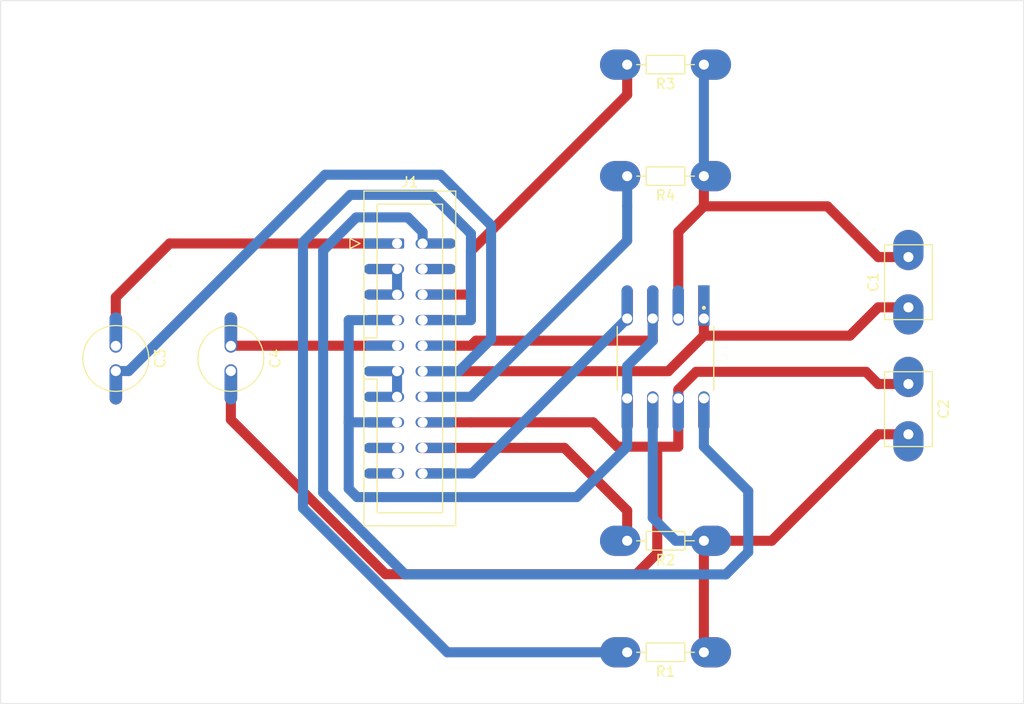
<source format=kicad_pcb>
(kicad_pcb (version 20171130) (host pcbnew "(5.1.9)-1")

  (general
    (thickness 1.6)
    (drawings 8)
    (tracks 98)
    (zones 0)
    (modules 10)
    (nets 19)
  )

  (page A4)
  (layers
    (0 F.Cu signal)
    (31 B.Cu signal)
    (32 B.Adhes user)
    (33 F.Adhes user)
    (34 B.Paste user)
    (35 F.Paste user)
    (36 B.SilkS user)
    (37 F.SilkS user)
    (38 B.Mask user)
    (39 F.Mask user)
    (40 Dwgs.User user)
    (41 Cmts.User user)
    (42 Eco1.User user)
    (43 Eco2.User user)
    (44 Edge.Cuts user)
    (45 Margin user)
    (46 B.CrtYd user)
    (47 F.CrtYd user)
    (48 B.Fab user)
    (49 F.Fab user)
  )

  (setup
    (last_trace_width 1)
    (trace_clearance 1)
    (zone_clearance 0.508)
    (zone_45_only no)
    (trace_min 0.2)
    (via_size 3)
    (via_drill 1)
    (via_min_size 0.4)
    (via_min_drill 0.3)
    (uvia_size 3)
    (uvia_drill 1)
    (uvias_allowed no)
    (uvia_min_size 0.2)
    (uvia_min_drill 0.1)
    (edge_width 0.05)
    (segment_width 0.2)
    (pcb_text_width 0.3)
    (pcb_text_size 1.5 1.5)
    (mod_edge_width 0.12)
    (mod_text_size 1 1)
    (mod_text_width 0.15)
    (pad_size 1.524 1.524)
    (pad_drill 0.762)
    (pad_to_mask_clearance 0)
    (aux_axis_origin 295.91 829.31)
    (grid_origin 295.91 829.31)
    (visible_elements 7FFFFFFF)
    (pcbplotparams
      (layerselection 0x00000_ffffffff)
      (usegerberextensions false)
      (usegerberattributes true)
      (usegerberadvancedattributes true)
      (creategerberjobfile true)
      (excludeedgelayer true)
      (linewidth 0.100000)
      (plotframeref false)
      (viasonmask false)
      (mode 1)
      (useauxorigin true)
      (hpglpennumber 1)
      (hpglpenspeed 20)
      (hpglpendiameter 15.000000)
      (psnegative false)
      (psa4output false)
      (plotreference false)
      (plotvalue false)
      (plotinvisibletext false)
      (padsonsilk false)
      (subtractmaskfromsilk false)
      (outputformat 1)
      (mirror false)
      (drillshape 0)
      (scaleselection 1)
      (outputdirectory ""))
  )

  (net 0 "")
  (net 1 "Net-(C1-Pad1)")
  (net 2 "Net-(C1-Pad2)")
  (net 3 "Net-(C2-Pad2)")
  (net 4 "Net-(C2-Pad1)")
  (net 5 "Net-(C3-Pad1)")
  (net 6 "Net-(C4-Pad1)")
  (net 7 "Net-(J1-Pad2)")
  (net 8 "Net-(J1-Pad6)")
  (net 9 "Net-(J1-Pad11)")
  (net 10 "Net-(J1-Pad17)")
  (net 11 "Net-(J1-Pad19)")
  (net 12 GND)
  (net 13 "Net-(J1-Pad14)")
  (net 14 "Net-(J1-Pad18)")
  (net 15 "Net-(J1-Pad20)")
  (net 16 "Net-(J1-Pad3)")
  (net 17 "Net-(J1-Pad4)")
  (net 18 "Net-(J1-Pad8)")

  (net_class Default "This is the default net class."
    (clearance 1)
    (trace_width 1)
    (via_dia 3)
    (via_drill 1)
    (uvia_dia 3)
    (uvia_drill 1)
    (add_net GND)
    (add_net "Net-(C1-Pad1)")
    (add_net "Net-(C1-Pad2)")
    (add_net "Net-(C2-Pad1)")
    (add_net "Net-(C2-Pad2)")
    (add_net "Net-(C3-Pad1)")
    (add_net "Net-(C4-Pad1)")
    (add_net "Net-(J1-Pad11)")
    (add_net "Net-(J1-Pad14)")
    (add_net "Net-(J1-Pad17)")
    (add_net "Net-(J1-Pad18)")
    (add_net "Net-(J1-Pad19)")
    (add_net "Net-(J1-Pad2)")
    (add_net "Net-(J1-Pad20)")
    (add_net "Net-(J1-Pad3)")
    (add_net "Net-(J1-Pad4)")
    (add_net "Net-(J1-Pad6)")
    (add_net "Net-(J1-Pad8)")
  )

  (module Capacitor_THT:C_Rect_L7.2mm_W4.5mm_P5.00mm_FKS2_FKP2_MKS2_MKP2 (layer F.Cu) (tedit 60930A9A) (tstamp 607FA680)
    (at 386.08 789.94 90)
    (descr "C, Rect series, Radial, pin pitch=5.00mm, , length*width=7.2*4.5mm^2, Capacitor, http://www.wima.com/EN/WIMA_FKS_2.pdf")
    (tags "C Rect series Radial pin pitch 5.00mm  length 7.2mm width 4.5mm Capacitor")
    (path /60866F30)
    (fp_text reference C1 (at 2.5 -3.5 90) (layer F.SilkS)
      (effects (font (size 1 1) (thickness 0.15)))
    )
    (fp_text value 47pF (at 2.5 3.5 90) (layer F.Fab)
      (effects (font (size 1 1) (thickness 0.15)))
    )
    (fp_text user %R (at 2.5 0 90) (layer F.Fab)
      (effects (font (size 1 1) (thickness 0.15)))
    )
    (fp_line (start -1.1 -2.25) (end -1.1 2.25) (layer F.Fab) (width 0.1))
    (fp_line (start -1.1 2.25) (end 6.1 2.25) (layer F.Fab) (width 0.1))
    (fp_line (start 6.1 2.25) (end 6.1 -2.25) (layer F.Fab) (width 0.1))
    (fp_line (start 6.1 -2.25) (end -1.1 -2.25) (layer F.Fab) (width 0.1))
    (fp_line (start -1.22 -2.37) (end 6.22 -2.37) (layer F.SilkS) (width 0.12))
    (fp_line (start -1.22 2.37) (end 6.22 2.37) (layer F.SilkS) (width 0.12))
    (fp_line (start -1.22 -2.37) (end -1.22 2.37) (layer F.SilkS) (width 0.12))
    (fp_line (start 6.22 -2.37) (end 6.22 2.37) (layer F.SilkS) (width 0.12))
    (fp_line (start -1.35 -2.5) (end -1.35 2.5) (layer F.CrtYd) (width 0.05))
    (fp_line (start -1.35 2.5) (end 6.35 2.5) (layer F.CrtYd) (width 0.05))
    (fp_line (start 6.35 2.5) (end 6.35 -2.5) (layer F.CrtYd) (width 0.05))
    (fp_line (start 6.35 -2.5) (end -1.35 -2.5) (layer F.CrtYd) (width 0.05))
    (pad 2 thru_hole oval (at 5 0 90) (size 4 3) (drill 1 (offset 0.7 0)) (layers *.Cu *.Mask)
      (net 2 "Net-(C1-Pad2)"))
    (pad 1 thru_hole oval (at 0 0 90) (size 4 3) (drill 1 (offset -0.7 0)) (layers *.Cu *.Mask)
      (net 1 "Net-(C1-Pad1)"))
    (model ${KISYS3DMOD}/Capacitor_THT.3dshapes/C_Rect_L7.2mm_W4.5mm_P5.00mm_FKS2_FKP2_MKS2_MKP2.wrl
      (at (xyz 0 0 0))
      (scale (xyz 1 1 1))
      (rotate (xyz 0 0 0))
    )
  )

  (module Capacitor_THT:C_Rect_L7.2mm_W4.5mm_P5.00mm_FKS2_FKP2_MKS2_MKP2 (layer F.Cu) (tedit 60930A9A) (tstamp 607FA29C)
    (at 386.08 797.56 270)
    (descr "C, Rect series, Radial, pin pitch=5.00mm, , length*width=7.2*4.5mm^2, Capacitor, http://www.wima.com/EN/WIMA_FKS_2.pdf")
    (tags "C Rect series Radial pin pitch 5.00mm  length 7.2mm width 4.5mm Capacitor")
    (path /60867446)
    (fp_text reference C2 (at 2.5 -3.5 90) (layer F.SilkS)
      (effects (font (size 1 1) (thickness 0.15)))
    )
    (fp_text value 47pF (at 2.5 3.5 90) (layer F.Fab)
      (effects (font (size 1 1) (thickness 0.15)))
    )
    (fp_text user %R (at 2.5 0 90) (layer F.Fab)
      (effects (font (size 1 1) (thickness 0.15)))
    )
    (fp_line (start -1.1 -2.25) (end -1.1 2.25) (layer F.Fab) (width 0.1))
    (fp_line (start -1.1 2.25) (end 6.1 2.25) (layer F.Fab) (width 0.1))
    (fp_line (start 6.1 2.25) (end 6.1 -2.25) (layer F.Fab) (width 0.1))
    (fp_line (start 6.1 -2.25) (end -1.1 -2.25) (layer F.Fab) (width 0.1))
    (fp_line (start -1.22 -2.37) (end 6.22 -2.37) (layer F.SilkS) (width 0.12))
    (fp_line (start -1.22 2.37) (end 6.22 2.37) (layer F.SilkS) (width 0.12))
    (fp_line (start -1.22 -2.37) (end -1.22 2.37) (layer F.SilkS) (width 0.12))
    (fp_line (start 6.22 -2.37) (end 6.22 2.37) (layer F.SilkS) (width 0.12))
    (fp_line (start -1.35 -2.5) (end -1.35 2.5) (layer F.CrtYd) (width 0.05))
    (fp_line (start -1.35 2.5) (end 6.35 2.5) (layer F.CrtYd) (width 0.05))
    (fp_line (start 6.35 2.5) (end 6.35 -2.5) (layer F.CrtYd) (width 0.05))
    (fp_line (start 6.35 -2.5) (end -1.35 -2.5) (layer F.CrtYd) (width 0.05))
    (pad 2 thru_hole oval (at 5 0 270) (size 4 3) (drill 1 (offset 0.7 0)) (layers *.Cu *.Mask)
      (net 3 "Net-(C2-Pad2)"))
    (pad 1 thru_hole oval (at 0 0 270) (size 4 3) (drill 1 (offset -0.7 0)) (layers *.Cu *.Mask)
      (net 4 "Net-(C2-Pad1)"))
    (model ${KISYS3DMOD}/Capacitor_THT.3dshapes/C_Rect_L7.2mm_W4.5mm_P5.00mm_FKS2_FKP2_MKS2_MKP2.wrl
      (at (xyz 0 0 0))
      (scale (xyz 1 1 1))
      (rotate (xyz 0 0 0))
    )
  )

  (module Resistor_THT:R_Axial_DIN0204_L3.6mm_D1.6mm_P7.62mm_Horizontal (layer F.Cu) (tedit 60930A3E) (tstamp 60937FAF)
    (at 365.76 824.23 180)
    (descr "Resistor, Axial_DIN0204 series, Axial, Horizontal, pin pitch=7.62mm, 0.167W, length*diameter=3.6*1.6mm^2, http://cdn-reichelt.de/documents/datenblatt/B400/1_4W%23YAG.pdf")
    (tags "Resistor Axial_DIN0204 series Axial Horizontal pin pitch 7.62mm 0.167W length 3.6mm diameter 1.6mm")
    (path /607D2DA3)
    (fp_text reference R1 (at 3.81 -1.92) (layer F.SilkS)
      (effects (font (size 1 1) (thickness 0.15)))
    )
    (fp_text value 47K (at 3.81 1.92) (layer F.Fab)
      (effects (font (size 1 1) (thickness 0.15)))
    )
    (fp_text user %R (at 3.81 0) (layer F.Fab)
      (effects (font (size 0.72 0.72) (thickness 0.108)))
    )
    (fp_line (start 2.01 -0.8) (end 2.01 0.8) (layer F.Fab) (width 0.1))
    (fp_line (start 2.01 0.8) (end 5.61 0.8) (layer F.Fab) (width 0.1))
    (fp_line (start 5.61 0.8) (end 5.61 -0.8) (layer F.Fab) (width 0.1))
    (fp_line (start 5.61 -0.8) (end 2.01 -0.8) (layer F.Fab) (width 0.1))
    (fp_line (start 0 0) (end 2.01 0) (layer F.Fab) (width 0.1))
    (fp_line (start 7.62 0) (end 5.61 0) (layer F.Fab) (width 0.1))
    (fp_line (start 1.89 -0.92) (end 1.89 0.92) (layer F.SilkS) (width 0.12))
    (fp_line (start 1.89 0.92) (end 5.73 0.92) (layer F.SilkS) (width 0.12))
    (fp_line (start 5.73 0.92) (end 5.73 -0.92) (layer F.SilkS) (width 0.12))
    (fp_line (start 5.73 -0.92) (end 1.89 -0.92) (layer F.SilkS) (width 0.12))
    (fp_line (start 0.94 0) (end 1.89 0) (layer F.SilkS) (width 0.12))
    (fp_line (start 6.68 0) (end 5.73 0) (layer F.SilkS) (width 0.12))
    (fp_line (start -0.95 -1.05) (end -0.95 1.05) (layer F.CrtYd) (width 0.05))
    (fp_line (start -0.95 1.05) (end 8.57 1.05) (layer F.CrtYd) (width 0.05))
    (fp_line (start 8.57 1.05) (end 8.57 -1.05) (layer F.CrtYd) (width 0.05))
    (fp_line (start 8.57 -1.05) (end -0.95 -1.05) (layer F.CrtYd) (width 0.05))
    (pad 2 thru_hole oval (at 7.62 0 180) (size 4 3) (drill 1 (offset 0.7 0)) (layers *.Cu *.Mask)
      (net 18 "Net-(J1-Pad8)"))
    (pad 1 thru_hole oval (at 0 0 180) (size 4 3) (drill 1 (offset -0.7 0)) (layers *.Cu *.Mask)
      (net 3 "Net-(C2-Pad2)"))
    (model ${KISYS3DMOD}/Resistor_THT.3dshapes/R_Axial_DIN0204_L3.6mm_D1.6mm_P7.62mm_Horizontal.wrl
      (at (xyz 0 0 0))
      (scale (xyz 1 1 1))
      (rotate (xyz 0 0 0))
    )
  )

  (module Resistor_THT:R_Axial_DIN0204_L3.6mm_D1.6mm_P7.62mm_Horizontal (layer F.Cu) (tedit 60930A3E) (tstamp 60937F6D)
    (at 365.76 813.145 180)
    (descr "Resistor, Axial_DIN0204 series, Axial, Horizontal, pin pitch=7.62mm, 0.167W, length*diameter=3.6*1.6mm^2, http://cdn-reichelt.de/documents/datenblatt/B400/1_4W%23YAG.pdf")
    (tags "Resistor Axial_DIN0204 series Axial Horizontal pin pitch 7.62mm 0.167W length 3.6mm diameter 1.6mm")
    (path /608A00D1)
    (fp_text reference R2 (at 3.81 -1.92) (layer F.SilkS)
      (effects (font (size 1 1) (thickness 0.15)))
    )
    (fp_text value 22K (at 3.81 1.92) (layer F.Fab)
      (effects (font (size 1 1) (thickness 0.15)))
    )
    (fp_text user %R (at 3.81 0) (layer F.Fab)
      (effects (font (size 0.72 0.72) (thickness 0.108)))
    )
    (fp_line (start 2.01 -0.8) (end 2.01 0.8) (layer F.Fab) (width 0.1))
    (fp_line (start 2.01 0.8) (end 5.61 0.8) (layer F.Fab) (width 0.1))
    (fp_line (start 5.61 0.8) (end 5.61 -0.8) (layer F.Fab) (width 0.1))
    (fp_line (start 5.61 -0.8) (end 2.01 -0.8) (layer F.Fab) (width 0.1))
    (fp_line (start 0 0) (end 2.01 0) (layer F.Fab) (width 0.1))
    (fp_line (start 7.62 0) (end 5.61 0) (layer F.Fab) (width 0.1))
    (fp_line (start 1.89 -0.92) (end 1.89 0.92) (layer F.SilkS) (width 0.12))
    (fp_line (start 1.89 0.92) (end 5.73 0.92) (layer F.SilkS) (width 0.12))
    (fp_line (start 5.73 0.92) (end 5.73 -0.92) (layer F.SilkS) (width 0.12))
    (fp_line (start 5.73 -0.92) (end 1.89 -0.92) (layer F.SilkS) (width 0.12))
    (fp_line (start 0.94 0) (end 1.89 0) (layer F.SilkS) (width 0.12))
    (fp_line (start 6.68 0) (end 5.73 0) (layer F.SilkS) (width 0.12))
    (fp_line (start -0.95 -1.05) (end -0.95 1.05) (layer F.CrtYd) (width 0.05))
    (fp_line (start -0.95 1.05) (end 8.57 1.05) (layer F.CrtYd) (width 0.05))
    (fp_line (start 8.57 1.05) (end 8.57 -1.05) (layer F.CrtYd) (width 0.05))
    (fp_line (start 8.57 -1.05) (end -0.95 -1.05) (layer F.CrtYd) (width 0.05))
    (pad 2 thru_hole oval (at 7.62 0 180) (size 4 3) (drill 1 (offset 0.7 0)) (layers *.Cu *.Mask)
      (net 14 "Net-(J1-Pad18)"))
    (pad 1 thru_hole oval (at 0 0 180) (size 4 3) (drill 1 (offset -0.7 0)) (layers *.Cu *.Mask)
      (net 3 "Net-(C2-Pad2)"))
    (model ${KISYS3DMOD}/Resistor_THT.3dshapes/R_Axial_DIN0204_L3.6mm_D1.6mm_P7.62mm_Horizontal.wrl
      (at (xyz 0 0 0))
      (scale (xyz 1 1 1))
      (rotate (xyz 0 0 0))
    )
  )

  (module Resistor_THT:R_Axial_DIN0204_L3.6mm_D1.6mm_P7.62mm_Horizontal (layer F.Cu) (tedit 60930A3E) (tstamp 607FA570)
    (at 365.76 776.895 180)
    (descr "Resistor, Axial_DIN0204 series, Axial, Horizontal, pin pitch=7.62mm, 0.167W, length*diameter=3.6*1.6mm^2, http://cdn-reichelt.de/documents/datenblatt/B400/1_4W%23YAG.pdf")
    (tags "Resistor Axial_DIN0204 series Axial Horizontal pin pitch 7.62mm 0.167W length 3.6mm diameter 1.6mm")
    (path /6087FBEE)
    (fp_text reference R4 (at 3.81 -1.92) (layer F.SilkS)
      (effects (font (size 1 1) (thickness 0.15)))
    )
    (fp_text value 22K (at 3.81 1.92) (layer F.Fab)
      (effects (font (size 1 1) (thickness 0.15)))
    )
    (fp_text user %R (at 3.81 0) (layer F.Fab)
      (effects (font (size 0.72 0.72) (thickness 0.108)))
    )
    (fp_line (start 2.01 -0.8) (end 2.01 0.8) (layer F.Fab) (width 0.1))
    (fp_line (start 2.01 0.8) (end 5.61 0.8) (layer F.Fab) (width 0.1))
    (fp_line (start 5.61 0.8) (end 5.61 -0.8) (layer F.Fab) (width 0.1))
    (fp_line (start 5.61 -0.8) (end 2.01 -0.8) (layer F.Fab) (width 0.1))
    (fp_line (start 0 0) (end 2.01 0) (layer F.Fab) (width 0.1))
    (fp_line (start 7.62 0) (end 5.61 0) (layer F.Fab) (width 0.1))
    (fp_line (start 1.89 -0.92) (end 1.89 0.92) (layer F.SilkS) (width 0.12))
    (fp_line (start 1.89 0.92) (end 5.73 0.92) (layer F.SilkS) (width 0.12))
    (fp_line (start 5.73 0.92) (end 5.73 -0.92) (layer F.SilkS) (width 0.12))
    (fp_line (start 5.73 -0.92) (end 1.89 -0.92) (layer F.SilkS) (width 0.12))
    (fp_line (start 0.94 0) (end 1.89 0) (layer F.SilkS) (width 0.12))
    (fp_line (start 6.68 0) (end 5.73 0) (layer F.SilkS) (width 0.12))
    (fp_line (start -0.95 -1.05) (end -0.95 1.05) (layer F.CrtYd) (width 0.05))
    (fp_line (start -0.95 1.05) (end 8.57 1.05) (layer F.CrtYd) (width 0.05))
    (fp_line (start 8.57 1.05) (end 8.57 -1.05) (layer F.CrtYd) (width 0.05))
    (fp_line (start 8.57 -1.05) (end -0.95 -1.05) (layer F.CrtYd) (width 0.05))
    (pad 2 thru_hole oval (at 7.62 0 180) (size 4 3) (drill 1 (offset 0.7 0)) (layers *.Cu *.Mask)
      (net 13 "Net-(J1-Pad14)"))
    (pad 1 thru_hole oval (at 0 0 180) (size 4 3) (drill 1 (offset -0.7 0)) (layers *.Cu *.Mask)
      (net 2 "Net-(C1-Pad2)"))
    (model ${KISYS3DMOD}/Resistor_THT.3dshapes/R_Axial_DIN0204_L3.6mm_D1.6mm_P7.62mm_Horizontal.wrl
      (at (xyz 0 0 0))
      (scale (xyz 1 1 1))
      (rotate (xyz 0 0 0))
    )
  )

  (module Resistor_THT:R_Axial_DIN0204_L3.6mm_D1.6mm_P7.62mm_Horizontal (layer F.Cu) (tedit 60930A3E) (tstamp 607FA5B2)
    (at 365.76 765.81 180)
    (descr "Resistor, Axial_DIN0204 series, Axial, Horizontal, pin pitch=7.62mm, 0.167W, length*diameter=3.6*1.6mm^2, http://cdn-reichelt.de/documents/datenblatt/B400/1_4W%23YAG.pdf")
    (tags "Resistor Axial_DIN0204 series Axial Horizontal pin pitch 7.62mm 0.167W length 3.6mm diameter 1.6mm")
    (path /607D271B)
    (fp_text reference R3 (at 3.81 -1.92) (layer F.SilkS)
      (effects (font (size 1 1) (thickness 0.15)))
    )
    (fp_text value 47K (at 3.81 1.92) (layer F.Fab)
      (effects (font (size 1 1) (thickness 0.15)))
    )
    (fp_text user %R (at 3.81 0) (layer F.Fab)
      (effects (font (size 0.72 0.72) (thickness 0.108)))
    )
    (fp_line (start 2.01 -0.8) (end 2.01 0.8) (layer F.Fab) (width 0.1))
    (fp_line (start 2.01 0.8) (end 5.61 0.8) (layer F.Fab) (width 0.1))
    (fp_line (start 5.61 0.8) (end 5.61 -0.8) (layer F.Fab) (width 0.1))
    (fp_line (start 5.61 -0.8) (end 2.01 -0.8) (layer F.Fab) (width 0.1))
    (fp_line (start 0 0) (end 2.01 0) (layer F.Fab) (width 0.1))
    (fp_line (start 7.62 0) (end 5.61 0) (layer F.Fab) (width 0.1))
    (fp_line (start 1.89 -0.92) (end 1.89 0.92) (layer F.SilkS) (width 0.12))
    (fp_line (start 1.89 0.92) (end 5.73 0.92) (layer F.SilkS) (width 0.12))
    (fp_line (start 5.73 0.92) (end 5.73 -0.92) (layer F.SilkS) (width 0.12))
    (fp_line (start 5.73 -0.92) (end 1.89 -0.92) (layer F.SilkS) (width 0.12))
    (fp_line (start 0.94 0) (end 1.89 0) (layer F.SilkS) (width 0.12))
    (fp_line (start 6.68 0) (end 5.73 0) (layer F.SilkS) (width 0.12))
    (fp_line (start -0.95 -1.05) (end -0.95 1.05) (layer F.CrtYd) (width 0.05))
    (fp_line (start -0.95 1.05) (end 8.57 1.05) (layer F.CrtYd) (width 0.05))
    (fp_line (start 8.57 1.05) (end 8.57 -1.05) (layer F.CrtYd) (width 0.05))
    (fp_line (start 8.57 -1.05) (end -0.95 -1.05) (layer F.CrtYd) (width 0.05))
    (pad 2 thru_hole oval (at 7.62 0 180) (size 4 3) (drill 1 (offset 0.7 0)) (layers *.Cu *.Mask)
      (net 8 "Net-(J1-Pad6)"))
    (pad 1 thru_hole oval (at 0 0 180) (size 4 3) (drill 1 (offset -0.7 0)) (layers *.Cu *.Mask)
      (net 2 "Net-(C1-Pad2)"))
    (model ${KISYS3DMOD}/Resistor_THT.3dshapes/R_Axial_DIN0204_L3.6mm_D1.6mm_P7.62mm_Horizontal.wrl
      (at (xyz 0 0 0))
      (scale (xyz 1 1 1))
      (rotate (xyz 0 0 0))
    )
  )

  (module Capacitor_THT:C_Radial_D6.3mm_H11.0mm_P2.50mm (layer F.Cu) (tedit 60930BA5) (tstamp 608CFD22)
    (at 318.77 793.77 270)
    (descr "C, Radial series, Radial, pin pitch=2.50mm, diameter=6.3mm, height=11mm, Non-Polar Electrolytic Capacitor")
    (tags "C Radial series Radial pin pitch 2.50mm diameter 6.3mm height 11mm Non-Polar Electrolytic Capacitor")
    (path /60817CD0)
    (fp_text reference C4 (at 1.25 -4.4 90) (layer F.SilkS)
      (effects (font (size 1 1) (thickness 0.15)))
    )
    (fp_text value 100uF (at 1.25 4.4 90) (layer F.Fab)
      (effects (font (size 1 1) (thickness 0.15)))
    )
    (fp_text user %R (at 1.25 0 90) (layer F.Fab)
      (effects (font (size 1 1) (thickness 0.15)))
    )
    (fp_circle (center 1.25 0) (end 4.4 0) (layer F.Fab) (width 0.1))
    (fp_circle (center 1.25 0) (end 4.52 0) (layer F.SilkS) (width 0.12))
    (fp_circle (center 1.25 0) (end 4.65 0) (layer F.CrtYd) (width 0.05))
    (pad 2 thru_hole oval (at 2.5 0 270) (size 4 1.25) (drill 1 (offset 1.33 0)) (layers *.Cu *.Mask)
      (net 4 "Net-(C2-Pad1)"))
    (pad 1 thru_hole oval (at 0 0 270) (size 4 1.25) (drill 1 (offset -1.33 0)) (layers *.Cu *.Mask)
      (net 6 "Net-(C4-Pad1)"))
    (model ${KISYS3DMOD}/Capacitor_THT.3dshapes/C_Radial_D6.3mm_H11.0mm_P2.50mm.wrl
      (at (xyz 0 0 0))
      (scale (xyz 1 1 1))
      (rotate (xyz 0 0 0))
    )
  )

  (module Capacitor_THT:C_Radial_D6.3mm_H11.0mm_P2.50mm (layer F.Cu) (tedit 60930BA5) (tstamp 608CFD3D)
    (at 307.34 793.77 270)
    (descr "C, Radial series, Radial, pin pitch=2.50mm, diameter=6.3mm, height=11mm, Non-Polar Electrolytic Capacitor")
    (tags "C Radial series Radial pin pitch 2.50mm diameter 6.3mm height 11mm Non-Polar Electrolytic Capacitor")
    (path /60819D8E)
    (fp_text reference C3 (at 1.25 -4.4 270) (layer F.SilkS)
      (effects (font (size 1 1) (thickness 0.15)))
    )
    (fp_text value 100uF (at 1.25 4.4 270) (layer F.Fab)
      (effects (font (size 1 1) (thickness 0.15)))
    )
    (fp_text user %R (at 1.25 0 270) (layer F.Fab)
      (effects (font (size 1 1) (thickness 0.15)))
    )
    (fp_circle (center 1.25 0) (end 4.4 0) (layer F.Fab) (width 0.1))
    (fp_circle (center 1.25 0) (end 4.52 0) (layer F.SilkS) (width 0.12))
    (fp_circle (center 1.25 0) (end 4.65 0) (layer F.CrtYd) (width 0.05))
    (pad 2 thru_hole oval (at 2.5 0 270) (size 4 1.25) (drill 1 (offset 1.33 0)) (layers *.Cu *.Mask)
      (net 1 "Net-(C1-Pad1)"))
    (pad 1 thru_hole oval (at 0 0 270) (size 4 1.25) (drill 1 (offset -1.33 0)) (layers *.Cu *.Mask)
      (net 5 "Net-(C3-Pad1)"))
    (model ${KISYS3DMOD}/Capacitor_THT.3dshapes/C_Radial_D6.3mm_H11.0mm_P2.50mm.wrl
      (at (xyz 0 0 0))
      (scale (xyz 1 1 1))
      (rotate (xyz 0 0 0))
    )
  )

  (module Connector_IDC:IDC-Header_2x10_P2.54mm_Vertical (layer F.Cu) (tedit 60930EF0) (tstamp 608CFD96)
    (at 335.28 783.59)
    (descr "Through hole IDC box header, 2x10, 2.54mm pitch, DIN 41651 / IEC 60603-13, double rows, https://docs.google.com/spreadsheets/d/16SsEcesNF15N3Lb4niX7dcUr-NY5_MFPQhobNuNppn4/edit#gid=0")
    (tags "Through hole vertical IDC box header THT 2x10 2.54mm double row")
    (path /607D5126)
    (fp_text reference J1 (at 1.27 -6.1) (layer F.SilkS)
      (effects (font (size 1 1) (thickness 0.15)))
    )
    (fp_text value I/O (at 1.27 28.96) (layer F.Fab)
      (effects (font (size 1 1) (thickness 0.15)))
    )
    (fp_text user %R (at 1.27 11.43 90) (layer F.Fab)
      (effects (font (size 1 1) (thickness 0.15)))
    )
    (fp_line (start -3.18 -4.1) (end -2.18 -5.1) (layer F.Fab) (width 0.1))
    (fp_line (start -2.18 -5.1) (end 5.72 -5.1) (layer F.Fab) (width 0.1))
    (fp_line (start 5.72 -5.1) (end 5.72 27.96) (layer F.Fab) (width 0.1))
    (fp_line (start 5.72 27.96) (end -3.18 27.96) (layer F.Fab) (width 0.1))
    (fp_line (start -3.18 27.96) (end -3.18 -4.1) (layer F.Fab) (width 0.1))
    (fp_line (start -3.18 9.38) (end -1.98 9.38) (layer F.Fab) (width 0.1))
    (fp_line (start -1.98 9.38) (end -1.98 -3.91) (layer F.Fab) (width 0.1))
    (fp_line (start -1.98 -3.91) (end 4.52 -3.91) (layer F.Fab) (width 0.1))
    (fp_line (start 4.52 -3.91) (end 4.52 26.77) (layer F.Fab) (width 0.1))
    (fp_line (start 4.52 26.77) (end -1.98 26.77) (layer F.Fab) (width 0.1))
    (fp_line (start -1.98 26.77) (end -1.98 13.48) (layer F.Fab) (width 0.1))
    (fp_line (start -1.98 13.48) (end -1.98 13.48) (layer F.Fab) (width 0.1))
    (fp_line (start -1.98 13.48) (end -3.18 13.48) (layer F.Fab) (width 0.1))
    (fp_line (start -3.29 -5.21) (end 5.83 -5.21) (layer F.SilkS) (width 0.12))
    (fp_line (start 5.83 -5.21) (end 5.83 28.07) (layer F.SilkS) (width 0.12))
    (fp_line (start 5.83 28.07) (end -3.29 28.07) (layer F.SilkS) (width 0.12))
    (fp_line (start -3.29 28.07) (end -3.29 -5.21) (layer F.SilkS) (width 0.12))
    (fp_line (start -3.29 9.38) (end -1.98 9.38) (layer F.SilkS) (width 0.12))
    (fp_line (start -1.98 9.38) (end -1.98 -3.91) (layer F.SilkS) (width 0.12))
    (fp_line (start -1.98 -3.91) (end 4.52 -3.91) (layer F.SilkS) (width 0.12))
    (fp_line (start 4.52 -3.91) (end 4.52 26.77) (layer F.SilkS) (width 0.12))
    (fp_line (start 4.52 26.77) (end -1.98 26.77) (layer F.SilkS) (width 0.12))
    (fp_line (start -1.98 26.77) (end -1.98 13.48) (layer F.SilkS) (width 0.12))
    (fp_line (start -1.98 13.48) (end -1.98 13.48) (layer F.SilkS) (width 0.12))
    (fp_line (start -1.98 13.48) (end -3.29 13.48) (layer F.SilkS) (width 0.12))
    (fp_line (start -3.68 0) (end -4.68 -0.5) (layer F.SilkS) (width 0.12))
    (fp_line (start -4.68 -0.5) (end -4.68 0.5) (layer F.SilkS) (width 0.12))
    (fp_line (start -4.68 0.5) (end -3.68 0) (layer F.SilkS) (width 0.12))
    (fp_line (start -3.68 -5.6) (end -3.68 28.46) (layer F.CrtYd) (width 0.05))
    (fp_line (start -3.68 28.46) (end 6.22 28.46) (layer F.CrtYd) (width 0.05))
    (fp_line (start 6.22 28.46) (end 6.22 -5.6) (layer F.CrtYd) (width 0.05))
    (fp_line (start 6.22 -5.6) (end -3.68 -5.6) (layer F.CrtYd) (width 0.05))
    (pad 20 thru_hole oval (at 2.54 22.86) (size 4 1) (drill 1 (offset 1.3 0)) (layers *.Cu *.Mask)
      (net 15 "Net-(J1-Pad20)"))
    (pad 18 thru_hole oval (at 2.54 20.32) (size 4 1) (drill 1 (offset 1.3 0)) (layers *.Cu *.Mask)
      (net 14 "Net-(J1-Pad18)"))
    (pad 16 thru_hole oval (at 2.54 17.78) (size 4 1) (drill 1 (offset 1.3 0)) (layers *.Cu *.Mask)
      (net 4 "Net-(C2-Pad1)"))
    (pad 14 thru_hole oval (at 2.54 15.24) (size 4 1) (drill 1 (offset 1.3 0)) (layers *.Cu *.Mask)
      (net 13 "Net-(J1-Pad14)"))
    (pad 12 thru_hole oval (at 2.54 12.7) (size 4 1) (drill 1 (offset 1.3 0)) (layers *.Cu *.Mask)
      (net 1 "Net-(C1-Pad1)"))
    (pad 10 thru_hole oval (at 2.54 10.16) (size 4 1) (drill 1 (offset 1.3 0)) (layers *.Cu *.Mask)
      (net 12 GND))
    (pad 8 thru_hole oval (at 2.54 7.62) (size 4 1) (drill 1 (offset 1.3 0)) (layers *.Cu *.Mask)
      (net 18 "Net-(J1-Pad8)"))
    (pad 6 thru_hole oval (at 2.54 5.08) (size 4 1) (drill 1 (offset 1.3 0)) (layers *.Cu *.Mask)
      (net 8 "Net-(J1-Pad6)"))
    (pad 4 thru_hole oval (at 2.54 2.54) (size 4 1) (drill 1 (offset 1.3 0)) (layers *.Cu *.Mask)
      (net 17 "Net-(J1-Pad4)"))
    (pad 2 thru_hole oval (at 2.54 0) (size 4 1) (drill 1 (offset 1.3 0)) (layers *.Cu *.Mask)
      (net 7 "Net-(J1-Pad2)"))
    (pad 19 thru_hole oval (at 0 22.86) (size 4 1) (drill 1 (offset -1.3 0)) (layers *.Cu *.Mask)
      (net 11 "Net-(J1-Pad19)"))
    (pad 17 thru_hole oval (at 0 20.32) (size 4 1) (drill 1 (offset -1.3 0)) (layers *.Cu *.Mask)
      (net 10 "Net-(J1-Pad17)"))
    (pad 15 thru_hole oval (at 0 17.78) (size 4 1) (drill 1 (offset -1.3 0)) (layers *.Cu *.Mask)
      (net 12 GND))
    (pad 13 thru_hole oval (at 0 15.24) (size 4 1) (drill 1 (offset -1.3 0)) (layers *.Cu *.Mask)
      (net 9 "Net-(J1-Pad11)"))
    (pad 11 thru_hole oval (at 0 12.7) (size 4 1) (drill 1 (offset -1.3 0)) (layers *.Cu *.Mask)
      (net 9 "Net-(J1-Pad11)"))
    (pad 9 thru_hole oval (at 0 10.16) (size 4 1) (drill 1 (offset -1.3 0)) (layers *.Cu *.Mask)
      (net 6 "Net-(C4-Pad1)"))
    (pad 7 thru_hole oval (at 0 7.62) (size 4 1) (drill 1 (offset -1.3 0)) (layers *.Cu *.Mask)
      (net 12 GND))
    (pad 5 thru_hole oval (at 0 5.08) (size 4 1) (drill 1 (offset -1.3 0)) (layers *.Cu *.Mask)
      (net 16 "Net-(J1-Pad3)"))
    (pad 3 thru_hole oval (at 0 2.54) (size 4 1) (drill 1 (offset -1.3 0)) (layers *.Cu *.Mask)
      (net 16 "Net-(J1-Pad3)"))
    (pad 1 thru_hole roundrect (at 0 0) (size 4 1) (drill 1 (offset -1.3 0)) (layers *.Cu *.Mask) (roundrect_rratio 0.147)
      (net 5 "Net-(C3-Pad1)"))
    (model ${KISYS3DMOD}/Connector_IDC.3dshapes/IDC-Header_2x10_P2.54mm_Vertical.wrl
      (at (xyz 0 0 0))
      (scale (xyz 1 1 1))
      (rotate (xyz 0 0 0))
    )
  )

  (module LM833N:DIP794W45P254L959H508Q8 (layer F.Cu) (tedit 60930C46) (tstamp 607FA52C)
    (at 361.95 795.02 270)
    (path /607D1D41)
    (fp_text reference U1 (at -0.565 -5.607 90) (layer F.SilkS)
      (effects (font (size 1 1) (thickness 0.015)))
    )
    (fp_text value LM833N (at 10.865 5.607 90) (layer F.Fab)
      (effects (font (size 1 1) (thickness 0.015)))
    )
    (fp_line (start -4.785 -5.045) (end -4.785 5.045) (layer F.CrtYd) (width 0.05))
    (fp_line (start 4.785 -5.045) (end 4.785 5.045) (layer F.CrtYd) (width 0.05))
    (fp_line (start 4.785 5.045) (end -4.785 5.045) (layer F.CrtYd) (width 0.05))
    (fp_line (start 4.785 -5.045) (end -4.785 -5.045) (layer F.CrtYd) (width 0.05))
    (fp_line (start 3.175 -4.795) (end 3.175 4.795) (layer F.Fab) (width 0.127))
    (fp_line (start -3.175 -4.795) (end -3.175 4.795) (layer F.Fab) (width 0.127))
    (fp_line (start -3.175 4.795) (end 3.175 4.795) (layer F.SilkS) (width 0.127))
    (fp_line (start -3.175 -4.795) (end 3.175 -4.795) (layer F.SilkS) (width 0.127))
    (fp_line (start -3.175 4.795) (end 3.175 4.795) (layer F.Fab) (width 0.127))
    (fp_line (start -3.175 -4.795) (end 3.175 -4.795) (layer F.Fab) (width 0.127))
    (fp_circle (center -5.035 -3.81) (end -4.935 -3.81) (layer F.Fab) (width 0.2))
    (fp_circle (center -5.035 -3.81) (end -4.935 -3.81) (layer F.SilkS) (width 0.2))
    (pad 8 thru_hole oval (at 3.97 -3.81 270) (size 4 1.13) (drill 1 (offset 1.3 0)) (layers *.Cu *.Mask)
      (net 7 "Net-(J1-Pad2)"))
    (pad 7 thru_hole oval (at 3.97 -1.27 270) (size 4 1.13) (drill 1 (offset 1.3 0)) (layers *.Cu *.Mask)
      (net 4 "Net-(C2-Pad1)"))
    (pad 6 thru_hole oval (at 3.97 1.27 270) (size 4 1.13) (drill 1 (offset 1.3 0)) (layers *.Cu *.Mask)
      (net 3 "Net-(C2-Pad2)"))
    (pad 5 thru_hole oval (at 3.97 3.81 270) (size 4 1.13) (drill 1 (offset 1.3 0)) (layers *.Cu *.Mask)
      (net 12 GND))
    (pad 4 thru_hole oval (at -3.97 3.81 270) (size 4 1.13) (drill 1 (offset -1.3 0)) (layers *.Cu *.Mask)
      (net 15 "Net-(J1-Pad20)"))
    (pad 3 thru_hole oval (at -3.97 1.27 270) (size 4 1.13) (drill 1 (offset -1.3 0)) (layers *.Cu *.Mask)
      (net 12 GND))
    (pad 2 thru_hole oval (at -3.97 -1.27 270) (size 4 1.13) (drill 1 (offset -1.3 0)) (layers *.Cu *.Mask)
      (net 2 "Net-(C1-Pad2)"))
    (pad 1 thru_hole rect (at -3.97 -3.81 270) (size 4 1.13) (drill 1 (offset -1.3 0)) (layers *.Cu *.Mask)
      (net 1 "Net-(C1-Pad1)"))
  )

  (gr_line (start 295.91 759.46) (end 295.91 829.31) (layer Edge.Cuts) (width 0.05) (tstamp 608D055B))
  (gr_line (start 397.51 759.46) (end 295.91 759.46) (layer Edge.Cuts) (width 0.05))
  (gr_line (start 397.51 829.31) (end 397.51 759.46) (layer Edge.Cuts) (width 0.05))
  (gr_line (start 295.91 829.31) (end 397.51 829.31) (layer Edge.Cuts) (width 0.05))
  (gr_line (start 295.91 759.46) (end 295.91 829.31) (layer Dwgs.User) (width 0.15))
  (gr_line (start 397.51 759.46) (end 295.91 759.46) (layer Dwgs.User) (width 0.15))
  (gr_line (start 397.51 829.31) (end 397.51 759.46) (layer Dwgs.User) (width 0.15))
  (gr_line (start 295.91 829.31) (end 397.51 829.31) (layer Dwgs.User) (width 0.15) (tstamp 607FA66C))

  (segment (start 365.76 792.75) (end 380.269 792.75) (width 1) (layer F.Cu) (net 1))
  (segment (start 380.269 792.75) (end 383.079 789.94) (width 1) (layer F.Cu) (net 1))
  (segment (start 365.76 792.75) (end 362.22 796.29) (width 1) (layer F.Cu) (net 1))
  (segment (start 362.22 796.29) (end 337.82 796.29) (width 1) (layer F.Cu) (net 1))
  (segment (start 365.76 791.05) (end 365.76 792.75) (width 1) (layer F.Cu) (net 1))
  (segment (start 337.82 796.29) (end 341.433 796.29) (width 1) (layer B.Cu) (net 1))
  (segment (start 341.433 796.29) (end 344.622 793.101) (width 1) (layer B.Cu) (net 1))
  (segment (start 344.622 793.101) (end 344.622 781.785) (width 1) (layer B.Cu) (net 1))
  (segment (start 344.622 781.785) (end 339.592 776.755) (width 1) (layer B.Cu) (net 1))
  (segment (start 339.592 776.755) (end 328.131 776.755) (width 1) (layer B.Cu) (net 1))
  (segment (start 328.131 776.755) (end 308.616 796.27) (width 1) (layer B.Cu) (net 1))
  (segment (start 308.616 796.27) (end 307.34 796.27) (width 1) (layer B.Cu) (net 1))
  (segment (start 386.08 789.94) (end 383.079 789.94) (width 1) (layer F.Cu) (net 1))
  (segment (start 363.22 791.05) (end 363.22 782.436) (width 1) (layer F.Cu) (net 2))
  (segment (start 363.22 782.436) (end 365.76 779.896) (width 1) (layer F.Cu) (net 2))
  (segment (start 386.08 784.94) (end 383.079 784.94) (width 1) (layer F.Cu) (net 2))
  (segment (start 365.76 776.895) (end 365.76 779.896) (width 1) (layer F.Cu) (net 2))
  (segment (start 365.76 779.896) (end 378.035 779.896) (width 1) (layer F.Cu) (net 2))
  (segment (start 378.035 779.896) (end 383.079 784.94) (width 1) (layer F.Cu) (net 2))
  (segment (start 365.76 765.81) (end 365.76 776.895) (width 1) (layer B.Cu) (net 2))
  (segment (start 365.76 813.145) (end 365.76 824.23) (width 1) (layer F.Cu) (net 3))
  (segment (start 365.76 813.145) (end 372.494 813.145) (width 1) (layer F.Cu) (net 3))
  (segment (start 372.494 813.145) (end 383.079 802.56) (width 1) (layer F.Cu) (net 3))
  (segment (start 365.76 813.145) (end 362.959 813.145) (width 1) (layer B.Cu) (net 3))
  (segment (start 360.68 798.99) (end 360.68 810.866) (width 1) (layer B.Cu) (net 3))
  (segment (start 360.68 810.866) (end 362.959 813.145) (width 1) (layer B.Cu) (net 3))
  (segment (start 386.08 802.56) (end 383.079 802.56) (width 1) (layer F.Cu) (net 3))
  (segment (start 363.22 798.99) (end 363.22 803.791) (width 1) (layer F.Cu) (net 4))
  (segment (start 361.127 803.791) (end 357.173 803.791) (width 1) (layer F.Cu) (net 4))
  (segment (start 357.173 803.791) (end 354.752 801.37) (width 1) (layer F.Cu) (net 4))
  (segment (start 354.752 801.37) (end 342.621 801.37) (width 1) (layer F.Cu) (net 4))
  (segment (start 318.77 801.101) (end 334.136 816.467) (width 1) (layer F.Cu) (net 4))
  (segment (start 334.136 816.467) (end 359.045 816.467) (width 1) (layer F.Cu) (net 4))
  (segment (start 359.045 816.467) (end 361.127 814.385) (width 1) (layer F.Cu) (net 4))
  (segment (start 361.127 814.385) (end 361.127 803.791) (width 1) (layer F.Cu) (net 4))
  (segment (start 363.22 803.791) (end 361.127 803.791) (width 1) (layer F.Cu) (net 4))
  (segment (start 383.079 797.56) (end 381.867 796.348) (width 1) (layer F.Cu) (net 4))
  (segment (start 381.867 796.348) (end 364.993 796.348) (width 1) (layer F.Cu) (net 4))
  (segment (start 364.993 796.348) (end 363.22 798.121) (width 1) (layer F.Cu) (net 4))
  (segment (start 363.22 798.121) (end 363.22 798.99) (width 1) (layer F.Cu) (net 4))
  (segment (start 318.77 796.27) (end 318.77 801.101) (width 1) (layer F.Cu) (net 4))
  (segment (start 386.08 797.56) (end 383.079 797.56) (width 1) (layer F.Cu) (net 4))
  (segment (start 337.82 801.37) (end 342.621 801.37) (width 1) (layer F.Cu) (net 4))
  (segment (start 307.34 793.77) (end 307.34 788.939) (width 1) (layer F.Cu) (net 5))
  (segment (start 335.28 783.59) (end 312.689 783.59) (width 1) (layer F.Cu) (net 5))
  (segment (start 312.689 783.59) (end 307.34 788.939) (width 1) (layer F.Cu) (net 5))
  (segment (start 335.28 793.75) (end 318.79 793.75) (width 1) (layer F.Cu) (net 6))
  (segment (start 318.79 793.75) (end 318.77 793.77) (width 1) (layer F.Cu) (net 6))
  (segment (start 365.76 798.99) (end 365.76 803.791) (width 1) (layer B.Cu) (net 7))
  (segment (start 365.76 803.791) (end 370.165 808.196) (width 1) (layer B.Cu) (net 7))
  (segment (start 370.165 808.196) (end 370.165 814.266) (width 1) (layer B.Cu) (net 7))
  (segment (start 370.165 814.266) (end 367.945 816.486) (width 1) (layer B.Cu) (net 7))
  (segment (start 367.945 816.486) (end 336.071 816.486) (width 1) (layer B.Cu) (net 7))
  (segment (start 336.071 816.486) (end 327.936 808.351) (width 1) (layer B.Cu) (net 7))
  (segment (start 327.936 808.351) (end 327.936 784.286) (width 1) (layer B.Cu) (net 7))
  (segment (start 327.936 784.286) (end 331.225 780.997) (width 1) (layer B.Cu) (net 7))
  (segment (start 331.225 780.997) (end 336.355 780.997) (width 1) (layer B.Cu) (net 7))
  (segment (start 336.355 780.997) (end 337.82 782.462) (width 1) (layer B.Cu) (net 7))
  (segment (start 337.82 782.462) (end 337.82 783.59) (width 1) (layer B.Cu) (net 7))
  (segment (start 358.14 765.81) (end 358.14 768.811) (width 1) (layer F.Cu) (net 8))
  (segment (start 337.82 788.67) (end 342.621 788.67) (width 1) (layer F.Cu) (net 8))
  (segment (start 342.621 788.67) (end 342.621 784.33) (width 1) (layer F.Cu) (net 8))
  (segment (start 342.621 784.33) (end 358.14 768.811) (width 1) (layer F.Cu) (net 8))
  (segment (start 335.28 796.29) (end 335.28 798.83) (width 1) (layer B.Cu) (net 9))
  (segment (start 360.68 791.05) (end 360.68 793.251) (width 1) (layer F.Cu) (net 12))
  (segment (start 335.28 791.21) (end 330.479 791.21) (width 1) (layer B.Cu) (net 12))
  (segment (start 330.479 791.21) (end 330.479 801.37) (width 1) (layer B.Cu) (net 12))
  (segment (start 358.14 798.99) (end 358.14 803.791) (width 1) (layer B.Cu) (net 12))
  (segment (start 358.14 803.791) (end 353.125 808.806) (width 1) (layer B.Cu) (net 12))
  (segment (start 353.125 808.806) (end 331.313 808.806) (width 1) (layer B.Cu) (net 12))
  (segment (start 331.313 808.806) (end 330.479 807.972) (width 1) (layer B.Cu) (net 12))
  (segment (start 330.479 807.972) (end 330.479 801.37) (width 1) (layer B.Cu) (net 12))
  (segment (start 360.68 793.251) (end 358.14 795.791) (width 1) (layer B.Cu) (net 12))
  (segment (start 358.14 795.791) (end 358.14 798.99) (width 1) (layer B.Cu) (net 12))
  (segment (start 335.28 801.37) (end 330.479 801.37) (width 1) (layer B.Cu) (net 12))
  (segment (start 337.82 793.75) (end 342.621 793.75) (width 1) (layer F.Cu) (net 12))
  (segment (start 360.68 793.251) (end 343.12 793.251) (width 1) (layer F.Cu) (net 12))
  (segment (start 343.12 793.251) (end 342.621 793.75) (width 1) (layer F.Cu) (net 12))
  (segment (start 360.68 791.05) (end 360.68 793.251) (width 1) (layer B.Cu) (net 12))
  (segment (start 342.621 798.83) (end 358.14 783.311) (width 1) (layer B.Cu) (net 13))
  (segment (start 358.14 783.311) (end 358.14 779.896) (width 1) (layer B.Cu) (net 13))
  (segment (start 358.14 776.895) (end 358.14 779.896) (width 1) (layer B.Cu) (net 13))
  (segment (start 337.82 798.83) (end 342.621 798.83) (width 1) (layer B.Cu) (net 13))
  (segment (start 358.14 813.145) (end 358.14 810.144) (width 1) (layer F.Cu) (net 14))
  (segment (start 337.82 803.91) (end 351.906 803.91) (width 1) (layer F.Cu) (net 14))
  (segment (start 351.906 803.91) (end 358.14 810.144) (width 1) (layer F.Cu) (net 14))
  (segment (start 342.621 806.45) (end 342.74 806.45) (width 1) (layer B.Cu) (net 15))
  (segment (start 342.74 806.45) (end 358.14 791.05) (width 1) (layer B.Cu) (net 15))
  (segment (start 337.82 806.45) (end 342.621 806.45) (width 1) (layer B.Cu) (net 15))
  (segment (start 335.28 786.13) (end 335.28 788.67) (width 1) (layer B.Cu) (net 16))
  (segment (start 358.14 824.23) (end 340.27 824.23) (width 1) (layer B.Cu) (net 18))
  (segment (start 340.27 824.23) (end 325.934 809.894) (width 1) (layer B.Cu) (net 18))
  (segment (start 325.934 809.894) (end 325.934 783.457) (width 1) (layer B.Cu) (net 18))
  (segment (start 325.934 783.457) (end 330.635 778.756) (width 1) (layer B.Cu) (net 18))
  (segment (start 330.635 778.756) (end 338.763 778.756) (width 1) (layer B.Cu) (net 18))
  (segment (start 338.763 778.756) (end 342.621 782.614) (width 1) (layer B.Cu) (net 18))
  (segment (start 342.621 782.614) (end 342.621 791.21) (width 1) (layer B.Cu) (net 18))
  (segment (start 337.82 791.21) (end 342.621 791.21) (width 1) (layer B.Cu) (net 18))

)

</source>
